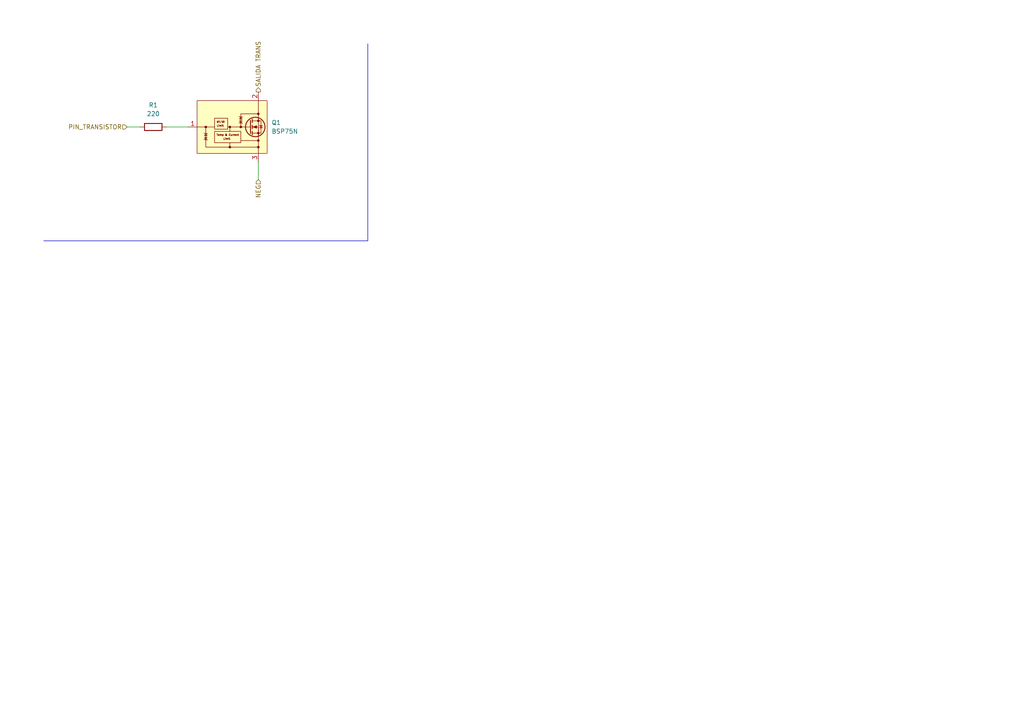
<source format=kicad_sch>
(kicad_sch (version 20230121) (generator eeschema)
  (paper "A4")
  (lib_symbols
    (symbol "Device:R" (pin_numbers hide) (pin_names (offset 0))
      (property "Reference" "R" (at 2.032 0 90))
      (property "Value" "R" (at 0 0 90))
      (symbol "R_0_1"
        (rectangle (start -1.016 -2.54) (end 1.016 2.54) (stroke (width 0.254)))
      )
      (symbol "R_1_1"
        (pin passive line (at 0 3.81 270) (length 1.27) (name "~") (number "1"))
        (pin passive line (at 0 -3.81 90) (length 1.27) (name "~") (number "2"))
      )
    )
    (symbol "Driver_FET:BSP75N" (pin_names (offset 0) hide)
      (property "Reference" "Q" (at 5.08 8.89 0))
      (property "Value" "BSP75N" (at -10.16 8.89 0))
      (symbol "BSP75N_0_0"
        (rectangle (start -10.16 7.62) (end 10.16 -7.62) (fill (type background)))
        (polyline (pts (xy 7.62 2.54) (xy 7.62 -7.62)))
        (polyline (pts (xy 7.62 2.54) (xy 7.62 7.62)))
        (polyline (pts (xy -0.635 -1.27) (xy -0.635 -0.635) (xy -0.635 0)))
        (polyline (pts (xy 2.54 0) (xy 2.54 3.81) (xy 7.62 3.81)))
        (polyline (pts (xy 7.62 -5.842) (xy -0.635 -5.842) (xy -0.635 -4.572)))
        (polyline (pts (xy -0.635 -5.842) (xy -7.62 -5.842) (xy -7.62 0) (xy -5.08 0)))
        (text "Limit" (at -1.524 -3.429 0) (effects (font (size 0.5334 0.5334))))
        (text "Temp & Current" (at -1.27 -2.286 0) (effects (font (size 0.5334 0.5334))))
      )
      (symbol "BSP75N_0_1"
        (rectangle (start -5.08 -1.27) (end 2.54 -4.572))
        (polyline (pts (xy -7.62 0) (xy -10.16 0)))
        (polyline (pts (xy 7.62 -3.937) (xy 2.667 -3.937)))
      )
      (symbol "BSP75N_1_1"
        (circle (center -7.62 0) (radius 0.2794) (fill (type outline)))
        (rectangle (start -5.08 2.54) (end -1.27 -0.635))
        (circle (center -0.635 -5.842) (radius 0.2794) (fill (type outline)))
        (circle (center -0.635 0) (radius 0.2794) (fill (type outline)))
        (polyline (pts (xy 2.54 0) (xy -1.27 0)))
        (polyline (pts (xy 2.54 0) (xy 5.334 0)))
        (polyline (pts (xy 5.842 -1.778) (xy 7.62 -1.778)))
        (polyline (pts (xy 5.842 -1.27) (xy 5.842 -2.286)) (stroke (width 0.254)))
        (polyline (pts (xy 5.842 0) (xy 7.62 0)))
        (polyline (pts (xy 5.842 0.508) (xy 5.842 -0.508)) (stroke (width 0.254)))
        (polyline (pts (xy 5.842 1.778) (xy 7.62 1.778)))
        (polyline (pts (xy 5.842 2.286) (xy 5.842 1.27)) (stroke (width 0.254)))
        (polyline (pts (xy 7.62 -1.778) (xy 7.62 -2.54)))
        (polyline (pts (xy 7.62 -1.778) (xy 7.62 0)))
        (polyline (pts (xy 7.62 2.54) (xy 7.62 1.778)))
        (polyline (pts (xy 5.334 1.905) (xy 5.334 -1.905) (xy 5.334 -1.905)) (stroke (width 0.254)))
        (polyline (pts (xy -8.128 -1.778) (xy -8.001 -1.905) (xy -7.239 -1.905) (xy -7.112 -2.032)))
        (polyline (pts (xy -7.62 -3.683) (xy -7.239 -3.048) (xy -8.001 -3.048) (xy -7.62 -3.683)))
        (polyline (pts (xy -7.62 -1.905) (xy -8.001 -2.54) (xy -7.239 -2.54) (xy -7.62 -1.905)))
        (polyline (pts (xy -7.112 -3.81) (xy -7.239 -3.683) (xy -8.001 -3.683) (xy -8.128 -3.556)))
        (polyline (pts (xy 2.032 3.048) (xy 2.159 2.921) (xy 2.921 2.921) (xy 3.048 2.794)))
        (polyline (pts (xy 2.54 1.143) (xy 2.921 1.778) (xy 2.159 1.778) (xy 2.54 1.143)))
        (polyline (pts (xy 2.54 2.921) (xy 2.159 2.286) (xy 2.921 2.286) (xy 2.54 2.921)))
        (polyline (pts (xy 3.048 1.016) (xy 2.921 1.143) (xy 2.159 1.143) (xy 2.032 1.27)))
        (polyline (pts (xy 6.096 0) (xy 7.112 0.381) (xy 7.112 -0.381) (xy 6.096 0)) (fill (type outline)))
        (polyline (pts (xy 7.62 -1.778) (xy 8.382 -1.778) (xy 8.382 1.778) (xy 7.62 1.778)))
        (polyline (pts (xy 7.874 0.508) (xy 8.001 0.381) (xy 8.763 0.381) (xy 8.89 0.254)))
        (polyline (pts (xy 8.382 0.381) (xy 8.001 -0.254) (xy 8.763 -0.254) (xy 8.382 0.381)))
        (circle (center 2.54 0) (radius 0.2794) (fill (type outline)))
        (circle (center 6.731 0) (radius 2.8194) (stroke (width 0.254)))
        (circle (center 7.62 -5.842) (radius 0.2794) (fill (type outline)))
        (circle (center 7.62 -3.937) (radius 0.2794) (fill (type outline)))
        (circle (center 7.62 -1.778) (radius 0.2794) (fill (type outline)))
        (circle (center 7.62 1.778) (radius 0.2794) (fill (type outline)))
        (circle (center 7.62 3.81) (radius 0.2794) (fill (type outline)))
        (text "dV/dt" (at -3.302 1.524 0) (effects (font (size 0.5334 0.5334))))
        (text "Limit" (at -3.429 0.381 0) (effects (font (size 0.5334 0.5334))))
        (pin input line (at -12.7 0 0) (length 2.54) (name "G") (number "1"))
        (pin passive line (at 7.62 10.16 270) (length 2.54) (name "D") (number "2"))
        (pin passive line (at 7.62 -10.16 90) (length 2.54) (name "S") (number "3"))
        (pin passive line (at 7.62 -10.16 90) (length 2.54) hide (name "S") (number "4"))
      )
    )
  )
  (wire (pts (xy 36.83 36.83) (xy 40.64 36.83)))
  (polyline (pts (xy 12.7 69.85) (xy 106.68 69.85)))
  (wire (pts (xy 48.26 36.83) (xy 54.61 36.83)))
  (polyline (pts (xy 106.68 12.7) (xy 106.68 69.85)))
  (wire (pts (xy 74.93 46.99) (xy 74.93 52.07)))
  (hierarchical_label "PIN_TRANSISTOR" (shape input) (at 36.83 36.83 180))
  (hierarchical_label "NEG" (shape input) (at 74.93 52.07 270))
  (hierarchical_label "SALIDA TRANS" (shape output) (at 74.93 26.67 90))
  (symbol (lib_id "Device:R") (at 44.45 36.83 90) (unit 1)
    (property "Reference" "R1" (at 44.45 30.48 90))
    (property "Value" "220" (at 44.45 33.02 90))
  )
  (symbol (lib_id "Driver_FET:BSP75N") (at 67.31 36.83 0) (unit 1)
    (property "Reference" "Q1" (at 78.74 35.5599 0) (effects (justify left)))
    (property "Value" "BSP75N" (at 78.74 38.0999 0) (effects (justify left)))
    (property "Footprint" "Package_TO_SOT_SMD:SOT-223" (effects hide))
    (property "Datasheet" "https://www.infineon.com/dgdl/Infineon-BSP75N-DS-v01_04-en.pdf?fileId=db3a30431ed1d7b2011f471f5a0256d1" (effects hide))
  )
)
</source>
